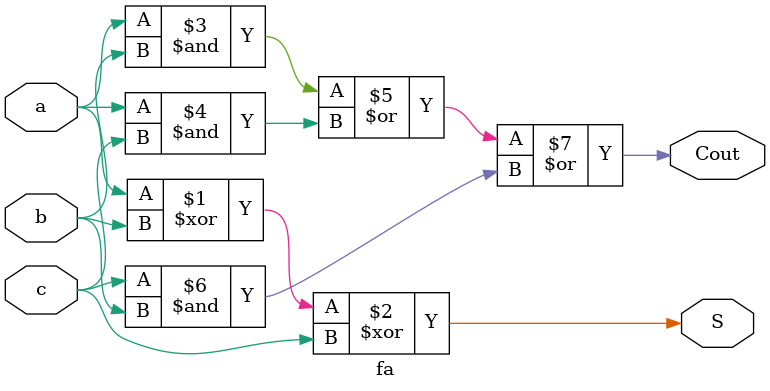
<source format=sv>
module fa
    (
    input a, b, c,
    output S, Cout
    );
    
    assign S = a^b^c;
    assign Cout = (a&b) | (a&c) | (c&b);

endmodule
</source>
